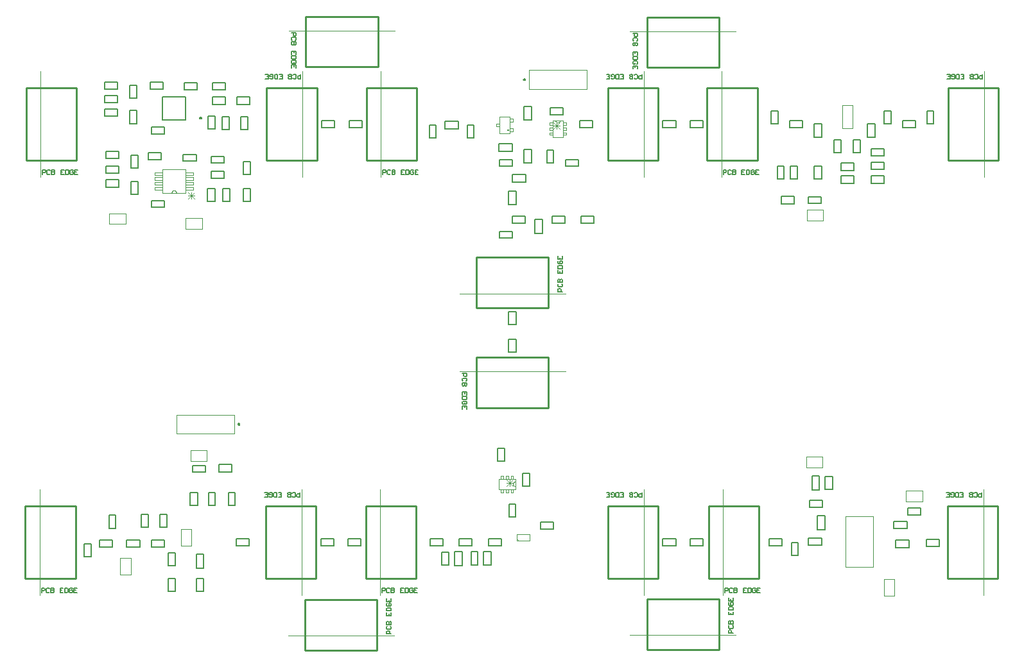
<source format=gbr>
%FSTAX44Y44*%
%MOMM*%
%SFA1B1*%

%IPPOS*%
%ADD93C,0.200000*%
%ADD94C,0.152400*%
%ADD95C,0.100000*%
%ADD96C,0.253999*%
%ADD97C,0.127000*%
%ADD98C,0.076200*%
%ADD122C,0.000000*%
%ADD123C,0.101600*%
%ADD124C,0.025400*%
%LNradar_1ghz_mechanical_13-1*%
%LPD*%
G54D93*
X00641699Y-00064999D02*
D01*
X00641697Y-0006493*
X0064169Y-0006486*
X00641677Y-00064791*
X00641661Y-00064724*
X00641639Y-00064657*
X00641613Y-00064593*
X00641582Y-0006453*
X00641547Y-0006447*
X00641509Y-00064412*
X00641465Y-00064356*
X00641419Y-00064305*
X00641369Y-00064256*
X00641315Y-00064211*
X00641259Y-0006417*
X00641199Y-00064133*
X00641138Y-000641*
X00641074Y-00064072*
X00641008Y-00064048*
X00640941Y-00064029*
X00640873Y-00064015*
X00640804Y-00064005*
X00640734Y-00064*
X00640664*
X00640595Y-00064005*
X00640526Y-00064015*
X00640457Y-00064029*
X0064039Y-00064048*
X00640325Y-00064072*
X00640261Y-000641*
X00640199Y-00064133*
X0064014Y-0006417*
X00640084Y-00064211*
X0064003Y-00064256*
X0063998Y-00064305*
X00639933Y-00064356*
X0063989Y-00064412*
X00639851Y-0006447*
X00639816Y-0006453*
X00639786Y-00064593*
X0063976Y-00064657*
X00639738Y-00064724*
X00639721Y-00064791*
X00639709Y-0006486*
X00639702Y-0006493*
X00639699Y-00064999*
X00639702Y-00065069*
X00639709Y-00065139*
X00639721Y-00065207*
X00639738Y-00065275*
X0063976Y-00065342*
X00639786Y-00065406*
X00639816Y-00065469*
X00639851Y-00065529*
X0063989Y-00065587*
X00639933Y-00065642*
X0063998Y-00065694*
X0064003Y-00065743*
X00640084Y-00065787*
X0064014Y-00065828*
X00640199Y-00065866*
X00640261Y-00065898*
X00640325Y-00065926*
X0064039Y-0006595*
X00640457Y-0006597*
X00640526Y-00065984*
X00640595Y-00065994*
X00640664Y-00065999*
X00640734*
X00640804Y-00065994*
X00640873Y-00065984*
X00640941Y-0006597*
X00641008Y-0006595*
X00641074Y-00065926*
X00641138Y-00065898*
X00641199Y-00065866*
X00641259Y-00065828*
X00641315Y-00065787*
X00641369Y-00065743*
X00641419Y-00065694*
X00641465Y-00065642*
X00641509Y-00065587*
X00641547Y-00065529*
X00641582Y-00065469*
X00641613Y-00065406*
X00641639Y-00065342*
X00641661Y-00065275*
X00641677Y-00065207*
X0064169Y-00065139*
X00641697Y-00065069*
X00641699Y-00064999*
X00265299Y-00519999D02*
D01*
X00265297Y-0051993*
X0026529Y-0051986*
X00265278Y-00519791*
X00265261Y-00519724*
X00265239Y-00519657*
X00265213Y-00519593*
X00265182Y-0051953*
X00265147Y-00519469*
X00265108Y-00519411*
X00265066Y-00519357*
X00265019Y-00519305*
X00264968Y-00519256*
X00264915Y-00519211*
X00264859Y-0051917*
X00264799Y-00519133*
X00264738Y-00519101*
X00264674Y-00519072*
X00264608Y-00519048*
X00264541Y-00519029*
X00264473Y-00519014*
X00264404Y-00519005*
X00264334Y-00519*
X00264264*
X00264195Y-00519005*
X00264126Y-00519014*
X00264057Y-00519029*
X0026399Y-00519048*
X00263925Y-00519072*
X00263861Y-00519101*
X00263799Y-00519133*
X0026374Y-0051917*
X00263684Y-00519211*
X0026363Y-00519256*
X0026358Y-00519305*
X00263533Y-00519357*
X0026349Y-00519411*
X00263451Y-00519469*
X00263417Y-0051953*
X00263386Y-00519593*
X0026336Y-00519657*
X00263338Y-00519724*
X00263321Y-00519791*
X00263309Y-0051986*
X00263302Y-0051993*
X00263299Y-00519999*
X00263302Y-00520069*
X00263309Y-00520139*
X00263321Y-00520207*
X00263338Y-00520275*
X0026336Y-00520341*
X00263386Y-00520406*
X00263417Y-00520469*
X00263451Y-00520529*
X0026349Y-00520587*
X00263533Y-00520642*
X0026358Y-00520694*
X0026363Y-00520742*
X00263684Y-00520787*
X0026374Y-00520829*
X00263799Y-00520865*
X00263861Y-00520898*
X00263925Y-00520927*
X0026399Y-0052095*
X00264057Y-0052097*
X00264126Y-00520984*
X00264195Y-00520994*
X00264264Y-00520999*
X00264334*
X00264404Y-00520994*
X00264473Y-00520984*
X00264541Y-0052097*
X00264608Y-0052095*
X00264674Y-00520927*
X00264738Y-00520898*
X00264799Y-00520865*
X00264859Y-00520829*
X00264915Y-00520787*
X00264968Y-00520742*
X00265019Y-00520694*
X00265066Y-00520642*
X00265108Y-00520587*
X00265147Y-00520529*
X00265182Y-00520469*
X00265213Y-00520406*
X00265239Y-00520341*
X00265261Y-00520275*
X00265278Y-00520207*
X0026529Y-00520139*
X00265297Y-00520069*
X00265299Y-00519999*
X00214899Y-00115719D02*
D01*
X00214897Y-0011565*
X0021489Y-0011558*
X00214877Y-00115512*
X00214861Y-00115444*
X00214839Y-00115377*
X00214813Y-00115313*
X00214782Y-0011525*
X00214747Y-0011519*
X00214708Y-00115132*
X00214665Y-00115076*
X00214619Y-00115025*
X00214569Y-00114976*
X00214515Y-00114931*
X00214459Y-0011489*
X00214399Y-00114853*
X00214338Y-0011482*
X00214274Y-00114792*
X00214208Y-00114768*
X00214141Y-00114749*
X00214073Y-00114735*
X00214004Y-00114725*
X00213934Y-0011472*
X00213864*
X00213795Y-00114725*
X00213726Y-00114735*
X00213657Y-00114749*
X0021359Y-00114768*
X00213525Y-00114792*
X00213461Y-0011482*
X00213399Y-00114853*
X0021334Y-0011489*
X00213284Y-00114931*
X0021323Y-00114976*
X0021318Y-00115025*
X00213133Y-00115076*
X0021309Y-00115132*
X00213051Y-0011519*
X00213016Y-0011525*
X00212986Y-00115313*
X0021296Y-00115377*
X00212938Y-00115444*
X00212921Y-00115512*
X00212909Y-0011558*
X00212902Y-0011565*
X00212899Y-00115719*
X00212902Y-00115789*
X00212909Y-00115859*
X00212921Y-00115927*
X00212938Y-00115995*
X0021296Y-00116061*
X00212986Y-00116126*
X00213016Y-00116189*
X00213051Y-00116249*
X0021309Y-00116307*
X00213133Y-00116362*
X0021318Y-00116414*
X0021323Y-00116463*
X00213284Y-00116507*
X0021334Y-00116548*
X00213399Y-00116586*
X00213461Y-00116618*
X00213525Y-00116646*
X0021359Y-0011667*
X00213657Y-0011669*
X00213726Y-00116704*
X00213795Y-00116714*
X00213864Y-00116719*
X00213934*
X00214004Y-00116714*
X00214073Y-00116704*
X00214141Y-0011669*
X00214208Y-0011667*
X00214274Y-00116646*
X00214338Y-00116618*
X00214399Y-00116586*
X00214459Y-00116548*
X00214515Y-00116507*
X00214569Y-00116463*
X00214619Y-00116414*
X00214665Y-00116362*
X00214708Y-00116307*
X00214747Y-00116249*
X00214782Y-00116189*
X00214813Y-00116126*
X00214839Y-00116061*
X00214861Y-00115995*
X00214877Y-00115927*
X0021489Y-00115859*
X00214897Y-00115789*
X00214899Y-00115719*
G54D94*
X00344859Y-00609959D02*
Y-00616053D01*
X00341812*
X00340797Y-00615038*
Y-00613006*
X00341812Y-00611991*
X00344859*
X00334703Y-00615038D02*
X00335718Y-00616053D01*
X0033775*
X00338765Y-00615038*
Y-00610975*
X0033775Y-00609959*
X00335718*
X00334703Y-00610975*
X00332671Y-00616053D02*
Y-00609959D01*
X00329624*
X00328609Y-00610975*
Y-00611991*
X00329624Y-00613006*
X00332671*
X00329624*
X00328609Y-00614022*
Y-00615038*
X00329624Y-00616053*
X00332671*
X00316421D02*
X00320483D01*
Y-00609959*
X00316421*
X00320483Y-00613006D02*
X00318452D01*
X00314389Y-00616053D02*
Y-00609959D01*
X00311342*
X00310327Y-00610975*
Y-00615038*
X00311342Y-00616053*
X00314389*
X00304233Y-00615038D02*
X00305248Y-00616053D01*
X0030728*
X00308295Y-00615038*
Y-00610975*
X0030728Y-00609959*
X00305248*
X00304233Y-00610975*
Y-00613006*
X00306264*
X00298139Y-00616053D02*
X00302201D01*
Y-00609959*
X00298139*
X00302201Y-00613006D02*
X0030017D01*
X00005139Y-00190039D02*
Y-00183945D01*
X00008186*
X00009202Y-00184961*
Y-00186992*
X00008186Y-00188008*
X00005139*
X00015296Y-00184961D02*
X0001428Y-00183945D01*
X00012249*
X00011233Y-00184961*
Y-00189024*
X00012249Y-00190039*
X0001428*
X00015296Y-00189024*
X00017327Y-00183945D02*
Y-00190039D01*
X00020374*
X0002139Y-00189024*
Y-00188008*
X00020374Y-00186992*
X00017327*
X00020374*
X0002139Y-00185977*
Y-00184961*
X00020374Y-00183945*
X00017327*
X00033578D02*
X00029516D01*
Y-00190039*
X00033578*
X00029516Y-00186992D02*
X00031547D01*
X0003561Y-00183945D02*
Y-00190039D01*
X00038657*
X00039672Y-00189024*
Y-00184961*
X00038657Y-00183945*
X0003561*
X00045766Y-00184961D02*
X0004475Y-00183945D01*
X00042719*
X00041704Y-00184961*
Y-00189024*
X00042719Y-00190039*
X0004475*
X00045766Y-00189024*
Y-00186992*
X00043735*
X0005186Y-00183945D02*
X00047797D01*
Y-00190039*
X0005186*
X00047797Y-00186992D02*
X00049829D01*
X00558959Y-00453139D02*
X00565053D01*
Y-00456186*
X00564038Y-00457202*
X00562006*
X00560991Y-00456186*
Y-00453139*
X00564038Y-00463296D02*
X00565053Y-0046228D01*
Y-00460249*
X00564038Y-00459233*
X00559975*
X00558959Y-00460249*
Y-0046228*
X00559975Y-00463296*
X00565053Y-00465328D02*
X00558959D01*
Y-00468374*
X00559975Y-0046939*
X00560991*
X00562006Y-00468374*
Y-00465328*
Y-00468374*
X00563022Y-0046939*
X00564038*
X00565053Y-00468374*
Y-00465328*
Y-00481578D02*
Y-00477515D01*
X00558959*
Y-00481578*
X00562006Y-00477515D02*
Y-00479547D01*
X00565053Y-00483609D02*
X00558959D01*
Y-00486656*
X00559975Y-00487672*
X00564038*
X00565053Y-00486656*
Y-00483609*
X00564038Y-00493766D02*
X00565053Y-0049275D01*
Y-00490719*
X00564038Y-00489703*
X00559975*
X00558959Y-00490719*
Y-0049275*
X00559975Y-00493766*
X00562006*
Y-00491735*
X00565053Y-0049986D02*
Y-00495798D01*
X00558959*
Y-0049986*
X00562006Y-00495798D02*
Y-00497829D01*
X00345859Y-00057959D02*
Y-00064053D01*
X00342812*
X00341797Y-00063038*
Y-00061006*
X00342812Y-00059991*
X00345859*
X00335703Y-00063038D02*
X00336718Y-00064053D01*
X0033875*
X00339765Y-00063038*
Y-00058975*
X0033875Y-00057959*
X00336718*
X00335703Y-00058975*
X00333671Y-00064053D02*
Y-00057959D01*
X00330624*
X00329609Y-00058975*
Y-00059991*
X00330624Y-00061006*
X00333671*
X00330624*
X00329609Y-00062022*
Y-00063038*
X00330624Y-00064053*
X00333671*
X00317421D02*
X00321483D01*
Y-00057959*
X00317421*
X00321483Y-00061006D02*
X00319452D01*
X00315389Y-00064053D02*
Y-00057959D01*
X00312342*
X00311327Y-00058975*
Y-00063038*
X00312342Y-00064053*
X00315389*
X00305233Y-00063038D02*
X00306248Y-00064053D01*
X0030828*
X00309295Y-00063038*
Y-00058975*
X0030828Y-00057959*
X00306248*
X00305233Y-00058975*
Y-00061006*
X00307264*
X00299139Y-00064053D02*
X00303201D01*
Y-00057959*
X00299139*
X00303201Y-00061006D02*
X0030117D01*
X00916039Y-00795859D02*
X00909945D01*
Y-00792812*
X00910961Y-00791797*
X00912992*
X00914008Y-00792812*
Y-00795859*
X00910961Y-00785703D02*
X00909945Y-00786718D01*
Y-0078875*
X00910961Y-00789765*
X00915024*
X00916039Y-0078875*
Y-00786718*
X00915024Y-00785703*
X00909945Y-00783671D02*
X00916039D01*
Y-00780624*
X00915024Y-00779609*
X00914008*
X00912992Y-00780624*
Y-00783671*
Y-00780624*
X00911977Y-00779609*
X00910961*
X00909945Y-00780624*
Y-00783671*
Y-00767421D02*
Y-00771483D01*
X00916039*
Y-00767421*
X00912992Y-00771483D02*
Y-00769452D01*
X00909945Y-00765389D02*
X00916039D01*
Y-00762342*
X00915024Y-00761327*
X00910961*
X00909945Y-00762342*
Y-00765389*
X00910961Y-00755233D02*
X00909945Y-00756248D01*
Y-0075828*
X00910961Y-00759295*
X00915024*
X00916039Y-0075828*
Y-00756248*
X00915024Y-00755233*
X00912992*
Y-00757264*
X00909945Y-00749138D02*
Y-00753201D01*
X00916039*
Y-00749138*
X00912992Y-00753201D02*
Y-0075117D01*
X00465039Y-00796859D02*
X00458945D01*
Y-00793812*
X00459961Y-00792797*
X00461992*
X00463008Y-00793812*
Y-00796859*
X00459961Y-00786703D02*
X00458945Y-00787718D01*
Y-0078975*
X00459961Y-00790765*
X00464024*
X00465039Y-0078975*
Y-00787718*
X00464024Y-00786703*
X00458945Y-00784671D02*
X00465039D01*
Y-00781624*
X00464024Y-00780609*
X00463008*
X00461992Y-00781624*
Y-00784671*
Y-00781624*
X00460977Y-00780609*
X00459961*
X00458945Y-00781624*
Y-00784671*
Y-00768421D02*
Y-00772483D01*
X00465039*
Y-00768421*
X00461992Y-00772483D02*
Y-00770452D01*
X00458945Y-00766389D02*
X00465039D01*
Y-00763342*
X00464024Y-00762327*
X00459961*
X00458945Y-00763342*
Y-00766389*
X00459961Y-00756233D02*
X00458945Y-00757248D01*
Y-0075928*
X00459961Y-00760295*
X00464024*
X00465039Y-0075928*
Y-00757248*
X00464024Y-00756233*
X00461992*
Y-00758264*
X00458945Y-00750138D02*
Y-00754201D01*
X00465039*
Y-00750138*
X00461992Y-00754201D02*
Y-0075217D01*
X00783959Y-00004139D02*
X00790053D01*
Y-00007186*
X00789038Y-00008202*
X00787006*
X00785991Y-00007186*
Y-00004139*
X00789038Y-00014296D02*
X00790053Y-0001328D01*
Y-00011249*
X00789038Y-00010233*
X00784975*
X00783959Y-00011249*
Y-0001328*
X00784975Y-00014296*
X00790053Y-00016327D02*
X00783959D01*
Y-00019374*
X00784975Y-0002039*
X00785991*
X00787006Y-00019374*
Y-00016327*
Y-00019374*
X00788022Y-0002039*
X00789038*
X00790053Y-00019374*
Y-00016327*
Y-00032578D02*
Y-00028516D01*
X00783959*
Y-00032578*
X00787006Y-00028516D02*
Y-00030547D01*
X00790053Y-0003461D02*
X00783959D01*
Y-00037657*
X00784975Y-00038672*
X00789038*
X00790053Y-00037657*
Y-0003461*
X00789038Y-00044766D02*
X00790053Y-0004375D01*
Y-00041719*
X00789038Y-00040704*
X00784975*
X00783959Y-00041719*
Y-0004375*
X00784975Y-00044766*
X00787006*
Y-00042735*
X00790053Y-0005086D02*
Y-00046797D01*
X00783959*
Y-0005086*
X00787006Y-00046797D02*
Y-00048829D01*
X00333959Y-00003139D02*
X00340053D01*
Y-00006186*
X00339038Y-00007202*
X00337006*
X00335991Y-00006186*
Y-00003139*
X00339038Y-00013296D02*
X00340053Y-0001228D01*
Y-00010249*
X00339038Y-00009233*
X00334975*
X00333959Y-00010249*
Y-0001228*
X00334975Y-00013296*
X00340053Y-00015327D02*
X00333959D01*
Y-00018374*
X00334975Y-0001939*
X00335991*
X00337006Y-00018374*
Y-00015327*
Y-00018374*
X00338022Y-0001939*
X00339038*
X00340053Y-00018374*
Y-00015327*
Y-00031578D02*
Y-00027516D01*
X00333959*
Y-00031578*
X00337006Y-00027516D02*
Y-00029547D01*
X00340053Y-0003361D02*
X00333959D01*
Y-00036657*
X00334975Y-00037672*
X00339038*
X00340053Y-00036657*
Y-0003361*
X00339038Y-00043766D02*
X00340053Y-0004275D01*
Y-00040719*
X00339038Y-00039704*
X00334975*
X00333959Y-00040719*
Y-0004275*
X00334975Y-00043766*
X00337006*
Y-00041735*
X00340053Y-0004986D02*
Y-00045797D01*
X00333959*
Y-0004986*
X00337006Y-00045797D02*
Y-00047829D01*
X00004139Y-00742039D02*
Y-00735945D01*
X00007186*
X00008202Y-00736961*
Y-00738992*
X00007186Y-00740008*
X00004139*
X00014296Y-00736961D02*
X0001328Y-00735945D01*
X00011249*
X00010233Y-00736961*
Y-00741024*
X00011249Y-00742039*
X0001328*
X00014296Y-00741024*
X00016327Y-00735945D02*
Y-00742039D01*
X00019374*
X0002039Y-00741024*
Y-00740008*
X00019374Y-00738992*
X00016327*
X00019374*
X0002039Y-00737977*
Y-00736961*
X00019374Y-00735945*
X00016327*
X00032578D02*
X00028516D01*
Y-00742039*
X00032578*
X00028516Y-00738992D02*
X00030547D01*
X0003461Y-00735945D02*
Y-00742039D01*
X00037657*
X00038672Y-00741024*
Y-00736961*
X00037657Y-00735945*
X0003461*
X00044766Y-00736961D02*
X0004375Y-00735945D01*
X00041719*
X00040704Y-00736961*
Y-00741024*
X00041719Y-00742039*
X0004375*
X00044766Y-00741024*
Y-00738992*
X00042735*
X0005086Y-00735945D02*
X00046797D01*
Y-00742039*
X0005086*
X00046797Y-00738992D02*
X00048829D01*
X00691039Y-00344859D02*
X00684945D01*
Y-00341812*
X00685961Y-00340797*
X00687992*
X00689008Y-00341812*
Y-00344859*
X00685961Y-00334703D02*
X00684945Y-00335718D01*
Y-0033775*
X00685961Y-00338765*
X00690024*
X00691039Y-0033775*
Y-00335718*
X00690024Y-00334703*
X00684945Y-00332671D02*
X00691039D01*
Y-00329624*
X00690024Y-00328609*
X00689008*
X00687992Y-00329624*
Y-00332671*
Y-00329624*
X00686977Y-00328609*
X00685961*
X00684945Y-00329624*
Y-00332671*
Y-00316421D02*
Y-00320483D01*
X00691039*
Y-00316421*
X00687992Y-00320483D02*
Y-00318452D01*
X00684945Y-00314389D02*
X00691039D01*
Y-00311342*
X00690024Y-00310327*
X00685961*
X00684945Y-00311342*
Y-00314389*
X00685961Y-00304233D02*
X00684945Y-00305248D01*
Y-0030728*
X00685961Y-00308295*
X00690024*
X00691039Y-0030728*
Y-00305248*
X00690024Y-00304233*
X00687992*
Y-00306264*
X00684945Y-00298139D02*
Y-00302201D01*
X00691039*
Y-00298139*
X00687992Y-00302201D02*
Y-0030017D01*
X00795859Y-00057959D02*
Y-00064053D01*
X00792812*
X00791797Y-00063038*
Y-00061006*
X00792812Y-00059991*
X00795859*
X00785703Y-00063038D02*
X00786718Y-00064053D01*
X0078875*
X00789765Y-00063038*
Y-00058975*
X0078875Y-00057959*
X00786718*
X00785703Y-00058975*
X00783671Y-00064053D02*
Y-00057959D01*
X00780624*
X00779609Y-00058975*
Y-00059991*
X00780624Y-00061006*
X00783671*
X00780624*
X00779609Y-00062022*
Y-00063038*
X00780624Y-00064053*
X00783671*
X00767421D02*
X00771483D01*
Y-00057959*
X00767421*
X00771483Y-00061006D02*
X00769452D01*
X00765389Y-00064053D02*
Y-00057959D01*
X00762342*
X00761327Y-00058975*
Y-00063038*
X00762342Y-00064053*
X00765389*
X00755233Y-00063038D02*
X00756248Y-00064053D01*
X0075828*
X00759295Y-00063038*
Y-00058975*
X0075828Y-00057959*
X00756248*
X00755233Y-00058975*
Y-00061006*
X00757264*
X00749138Y-00064053D02*
X00753201D01*
Y-00057959*
X00749138*
X00753201Y-00061006D02*
X0075117D01*
X01243859Y-00609959D02*
Y-00616053D01*
X01240812*
X01239797Y-00615038*
Y-00613006*
X01240812Y-00611991*
X01243859*
X01233703Y-00615038D02*
X01234718Y-00616053D01*
X0123675*
X01237765Y-00615038*
Y-00610975*
X0123675Y-00609959*
X01234718*
X01233703Y-00610975*
X01231671Y-00616053D02*
Y-00609959D01*
X01228624*
X01227609Y-00610975*
Y-00611991*
X01228624Y-00613006*
X01231671*
X01228624*
X01227609Y-00614022*
Y-00615038*
X01228624Y-00616053*
X01231671*
X0121542D02*
X01219483D01*
Y-00609959*
X0121542*
X01219483Y-00613006D02*
X01217452D01*
X01213389Y-00616053D02*
Y-00609959D01*
X01210342*
X01209327Y-00610975*
Y-00615038*
X01210342Y-00616053*
X01213389*
X01203233Y-00615038D02*
X01204248Y-00616053D01*
X0120628*
X01207295Y-00615038*
Y-00610975*
X0120628Y-00609959*
X01204248*
X01203233Y-00610975*
Y-00613006*
X01205264*
X01197139Y-00616053D02*
X01201201D01*
Y-00609959*
X01197139*
X01201201Y-00613006D02*
X0119917D01*
X00903139Y-00190039D02*
Y-00183945D01*
X00906186*
X00907202Y-00184961*
Y-00186992*
X00906186Y-00188008*
X00903139*
X00913296Y-00184961D02*
X0091228Y-00183945D01*
X00910249*
X00909233Y-00184961*
Y-00189024*
X00910249Y-00190039*
X0091228*
X00913296Y-00189024*
X00915327Y-00183945D02*
Y-00190039D01*
X00918374*
X0091939Y-00189024*
Y-00188008*
X00918374Y-00186992*
X00915327*
X00918374*
X0091939Y-00185977*
Y-00184961*
X00918374Y-00183945*
X00915327*
X00931578D02*
X00927516D01*
Y-00190039*
X00931578*
X00927516Y-00186992D02*
X00929547D01*
X0093361Y-00183945D02*
Y-00190039D01*
X00936657*
X00937672Y-00189024*
Y-00184961*
X00936657Y-00183945*
X0093361*
X00943766Y-00184961D02*
X0094275Y-00183945D01*
X00940719*
X00939703Y-00184961*
Y-00189024*
X00940719Y-00190039*
X0094275*
X00943766Y-00189024*
Y-00186992*
X00941735*
X0094986Y-00183945D02*
X00945797D01*
Y-00190039*
X0094986*
X00945797Y-00186992D02*
X00947829D01*
X00795859Y-00609959D02*
Y-00616053D01*
X00792812*
X00791797Y-00615038*
Y-00613006*
X00792812Y-00611991*
X00795859*
X00785703Y-00615038D02*
X00786718Y-00616053D01*
X0078875*
X00789765Y-00615038*
Y-00610975*
X0078875Y-00609959*
X00786718*
X00785703Y-00610975*
X00783671Y-00616053D02*
Y-00609959D01*
X00780624*
X00779609Y-00610975*
Y-00611991*
X00780624Y-00613006*
X00783671*
X00780624*
X00779609Y-00614022*
Y-00615038*
X00780624Y-00616053*
X00783671*
X00767421D02*
X00771483D01*
Y-00609959*
X00767421*
X00771483Y-00613006D02*
X00769452D01*
X00765389Y-00616053D02*
Y-00609959D01*
X00762342*
X00761327Y-00610975*
Y-00615038*
X00762342Y-00616053*
X00765389*
X00755233Y-00615038D02*
X00756248Y-00616053D01*
X0075828*
X00759295Y-00615038*
Y-00610975*
X0075828Y-00609959*
X00756248*
X00755233Y-00610975*
Y-00613006*
X00757264*
X00749138Y-00616053D02*
X00753201D01*
Y-00609959*
X00749138*
X00753201Y-00613006D02*
X0075117D01*
X00905139Y-00742039D02*
Y-00735945D01*
X00908186*
X00909202Y-00736961*
Y-00738992*
X00908186Y-00740008*
X00905139*
X00915296Y-00736961D02*
X0091428Y-00735945D01*
X00912249*
X00911233Y-00736961*
Y-00741024*
X00912249Y-00742039*
X0091428*
X00915296Y-00741024*
X00917327Y-00735945D02*
Y-00742039D01*
X00920374*
X0092139Y-00741024*
Y-00740008*
X00920374Y-00738992*
X00917327*
X00920374*
X0092139Y-00737977*
Y-00736961*
X00920374Y-00735945*
X00917327*
X00933578D02*
X00929516D01*
Y-00742039*
X00933578*
X00929516Y-00738992D02*
X00931547D01*
X0093561Y-00735945D02*
Y-00742039D01*
X00938657*
X00939672Y-00741024*
Y-00736961*
X00938657Y-00735945*
X0093561*
X00945766Y-00736961D02*
X0094475Y-00735945D01*
X00942719*
X00941703Y-00736961*
Y-00741024*
X00942719Y-00742039*
X0094475*
X00945766Y-00741024*
Y-00738992*
X00943735*
X0095186Y-00735945D02*
X00947797D01*
Y-00742039*
X0095186*
X00947797Y-00738992D02*
X00949829D01*
X01244859Y-00057959D02*
Y-00064053D01*
X01241812*
X01240797Y-00063038*
Y-00061006*
X01241812Y-00059991*
X01244859*
X01234703Y-00063038D02*
X01235718Y-00064053D01*
X0123775*
X01238765Y-00063038*
Y-00058975*
X0123775Y-00057959*
X01235718*
X01234703Y-00058975*
X01232671Y-00064053D02*
Y-00057959D01*
X01229624*
X01228609Y-00058975*
Y-00059991*
X01229624Y-00061006*
X01232671*
X01229624*
X01228609Y-00062022*
Y-00063038*
X01229624Y-00064053*
X01232671*
X0121642D02*
X01220483D01*
Y-00057959*
X0121642*
X01220483Y-00061006D02*
X01218452D01*
X01214389Y-00064053D02*
Y-00057959D01*
X01211342*
X01210327Y-00058975*
Y-00063038*
X01211342Y-00064053*
X01214389*
X01204233Y-00063038D02*
X01205248Y-00064053D01*
X0120728*
X01208295Y-00063038*
Y-00058975*
X0120728Y-00057959*
X01205248*
X01204233Y-00058975*
Y-00061006*
X01206264*
X01198139Y-00064053D02*
X01202201D01*
Y-00057959*
X01198139*
X01202201Y-00061006D02*
X0120017D01*
X00453139Y-00742039D02*
Y-00735945D01*
X00456186*
X00457202Y-00736961*
Y-00738992*
X00456186Y-00740008*
X00453139*
X00463296Y-00736961D02*
X0046228Y-00735945D01*
X00460249*
X00459233Y-00736961*
Y-00741024*
X00460249Y-00742039*
X0046228*
X00463296Y-00741024*
X00465328Y-00735945D02*
Y-00742039D01*
X00468374*
X0046939Y-00741024*
Y-00740008*
X00468374Y-00738992*
X00465328*
X00468374*
X0046939Y-00737977*
Y-00736961*
X00468374Y-00735945*
X00465328*
X00481578D02*
X00477515D01*
Y-00742039*
X00481578*
X00477515Y-00738992D02*
X00479547D01*
X00483609Y-00735945D02*
Y-00742039D01*
X00486656*
X00487672Y-00741024*
Y-00736961*
X00486656Y-00735945*
X00483609*
X00493766Y-00736961D02*
X0049275Y-00735945D01*
X00490719*
X00489703Y-00736961*
Y-00741024*
X00490719Y-00742039*
X0049275*
X00493766Y-00741024*
Y-00738992*
X00491735*
X0049986Y-00735945D02*
X00495798D01*
Y-00742039*
X0049986*
X00495798Y-00738992D02*
X00497829D01*
X00454139Y-00190039D02*
Y-00183945D01*
X00457186*
X00458202Y-00184961*
Y-00186992*
X00457186Y-00188008*
X00454139*
X00464296Y-00184961D02*
X0046328Y-00183945D01*
X00461249*
X00460233Y-00184961*
Y-00189024*
X00461249Y-00190039*
X0046328*
X00464296Y-00189024*
X00466327Y-00183945D02*
Y-00190039D01*
X00469374*
X0047039Y-00189024*
Y-00188008*
X00469374Y-00186992*
X00466327*
X00469374*
X0047039Y-00185977*
Y-00184961*
X00469374Y-00183945*
X00466327*
X00482578D02*
X00478515D01*
Y-00190039*
X00482578*
X00478515Y-00186992D02*
X00480547D01*
X00484609Y-00183945D02*
Y-00190039D01*
X00487656*
X00488672Y-00189024*
Y-00184961*
X00487656Y-00183945*
X00484609*
X00494766Y-00184961D02*
X0049375Y-00183945D01*
X00491719*
X00490703Y-00184961*
Y-00189024*
X00491719Y-00190039*
X0049375*
X00494766Y-00189024*
Y-00186992*
X00492735*
X0050086Y-00183945D02*
X00496798D01*
Y-00190039*
X0050086*
X00496798Y-00186992D02*
X00498829D01*
G54D95*
X01063999Y-00708499D02*
Y-00641499D01*
X01100999Y-00708499D02*
Y-00641499D01*
X01063999D02*
X01100999D01*
X01063999Y-00708499D02*
X01100999D01*
X01115Y-00724749D02*
X01129D01*
X01115Y-00746249D02*
X01129D01*
Y-00724749*
X01115Y-00746249D02*
Y-00724749D01*
X01144249Y-00621999D02*
X01165749D01*
X01144249Y-00607999D02*
X01165749D01*
Y-00621999D02*
Y-00607999D01*
X01144249Y-00621999D02*
Y-00607999D01*
X00194249Y-00247999D02*
X00215749D01*
X00194249Y-00261999D02*
X00215749D01*
X00194249D02*
Y-00247999D01*
X00215749Y-00261999D02*
Y-00247999D01*
X00646899Y-00077444D02*
X00723099D01*
X00646899D02*
Y-00052554D01*
X00723099*
Y-00077444D02*
Y-00052554D01*
X00200499Y-00554749D02*
X00221999D01*
X00200499Y-00568749D02*
X00221999D01*
X00200499D02*
Y-00554749D01*
X00221999Y-00568749D02*
Y-00554749D01*
X00181899Y-00532444D02*
Y-00507554D01*
Y-00532444D02*
X00258099D01*
Y-00507554*
X00181899D02*
X00258099D01*
X01059999Y-00098999D02*
X01073999D01*
X01059999Y-00128999D02*
X01073999D01*
X01059999D02*
Y-00098999D01*
X01073999Y-00128999D02*
Y-00098999D01*
X00107999Y-00718249D02*
X00121999D01*
X00107999Y-00696749D02*
X00121999D01*
X00107999Y-00718249D02*
Y-00696749D01*
X00121999Y-00718249D02*
Y-00696749D01*
X00114999Y-00255499D02*
Y-00241499D01*
X00093499Y-00255499D02*
Y-00241499D01*
Y-00255499D02*
X00114999D01*
X00093499Y-00241499D02*
X00114999D01*
X01013249Y-00250999D02*
Y-00236999D01*
X01034749Y-00250999D02*
Y-00236999D01*
X01013249D02*
X01034749D01*
X01013249Y-00250999D02*
X01034749D01*
X00201749Y-00680499D02*
Y-00658499D01*
X00187749Y-00680499D02*
Y-00658499D01*
Y-00680499D02*
X00201749D01*
X00187749Y-00658499D02*
X00201749D01*
X01012749Y-00562999D02*
X01034249D01*
X01012749Y-00576999D02*
X01034249D01*
X01012749D02*
Y-00562999D01*
X01034249Y-00576999D02*
Y-00562999D01*
G54D96*
X002999Y-00723624D02*
X00366249D01*
X002999D02*
Y-00628373D01*
X00366249*
Y-00723624D02*
Y-00628373D01*
X-00016249Y-00076375D02*
X00050098D01*
Y-00171625D02*
Y-00076375D01*
X-00016249Y-00171625D02*
X00050098D01*
X-00016249D02*
Y-00076375D01*
X00672624Y-00498099D02*
Y-00431749D01*
X00577373Y-00498099D02*
X00672624D01*
X00577373D02*
Y-00431749D01*
X00672624*
X003009Y-00171624D02*
X00367249D01*
X003009D02*
Y-00076373D01*
X00367249*
Y-00171624D02*
Y-00076373D01*
X00802375Y-00817249D02*
Y-007509D01*
X00897625*
Y-00817249D02*
Y-007509D01*
X00802375Y-00817249D02*
X00897625D01*
X00351375Y-00818249D02*
Y-007519D01*
X00446625*
Y-00818249D02*
Y-007519D01*
X00351375Y-00818249D02*
X00446625D01*
X00802373Y00017249D02*
X00897624D01*
X00802373Y-00049098D02*
Y00017249D01*
Y-00049098D02*
X00897624D01*
Y00017249*
X00352373Y00018249D02*
X00447624D01*
X00352373Y-00048098D02*
Y00018249D01*
Y-00048098D02*
X00447624D01*
Y00018249*
X-00017249Y-00723625D02*
Y-00628375D01*
Y-00723625D02*
X00049098D01*
Y-00628375*
X-00017249D02*
X00049098D01*
X00577375Y-00366249D02*
X00672625D01*
Y-002999*
X00577375D02*
X00672625D01*
X00577375Y-00366249D02*
Y-002999D01*
X00817249Y-00171624D02*
Y-00076373D01*
X007509D02*
X00817249D01*
X007509Y-00171624D02*
Y-00076373D01*
Y-00171624D02*
X00817249D01*
X01265249Y-00723624D02*
Y-00628373D01*
X011989D02*
X01265249D01*
X011989Y-00723624D02*
Y-00628373D01*
Y-00723624D02*
X01265249D01*
X00881749Y-00171625D02*
Y-00076375D01*
Y-00171625D02*
X00948099D01*
Y-00076375*
X00881749D02*
X00948099D01*
X00817249Y-00723624D02*
Y-00628373D01*
X007509D02*
X00817249D01*
X007509Y-00723624D02*
Y-00628373D01*
Y-00723624D02*
X00817249D01*
X00883749Y-00723625D02*
Y-00628375D01*
Y-00723625D02*
X00950099D01*
Y-00628375*
X00883749D02*
X00950099D01*
X01266249Y-00171624D02*
Y-00076373D01*
X011999D02*
X01266249D01*
X011999Y-00171624D02*
Y-00076373D01*
Y-00171624D02*
X01266249D01*
X00431749Y-00723625D02*
Y-00628375D01*
Y-00723625D02*
X00498099D01*
Y-00628375*
X00431749D02*
X00498099D01*
X00432749Y-00171625D02*
Y-00076375D01*
Y-00171625D02*
X00499099D01*
Y-00076375*
X00432749D02*
X00499099D01*
G54D97*
X01000499Y-00196499D02*
Y-00179499D01*
X00991499Y-00196499D02*
Y-00179499D01*
X01000499*
X00991499Y-00196499D02*
X01000499D01*
X01058499Y-00192199D02*
X01075499D01*
X01058499Y-00201799D02*
X01075499D01*
X01058499D02*
Y-00192199D01*
X01075499Y-00201799D02*
Y-00192199D01*
X01014999Y-00679999D02*
X01032999D01*
X01014999Y-00669999D02*
X01032999D01*
Y-00679999D02*
Y-00669999D01*
X01014999Y-00679999D02*
Y-00669999D01*
X01029999Y-00606499D02*
Y-00588499D01*
X01019999Y-00606499D02*
Y-00588499D01*
X01029999*
X01019999Y-00606499D02*
X01029999D01*
X01037499Y-00658999D02*
Y-00640999D01*
X01027499Y-00658999D02*
Y-00640999D01*
X01037499*
X01027499Y-00658999D02*
X01037499D01*
X01170999Y-00680999D02*
X01187999D01*
X01170999Y-00671999D02*
X01187999D01*
Y-00680999D02*
Y-00671999D01*
X01170999Y-00680999D02*
Y-00671999D01*
X01130499Y-00682999D02*
Y-00672999D01*
X01148499Y-00682999D02*
Y-00672999D01*
X01130499D02*
X01148499D01*
X01130499Y-00682999D02*
X01148499D01*
X01127999Y-00657999D02*
Y-00647999D01*
X01145999Y-00657999D02*
Y-00647999D01*
X01127999D02*
X01145999D01*
X01127999Y-00657999D02*
X01145999D01*
X00963499Y-00680499D02*
X00980499D01*
X00963499Y-00671499D02*
X00980499D01*
Y-00680499D02*
Y-00671499D01*
X00963499Y-00680499D02*
Y-00671499D01*
X01146499Y-00639499D02*
X01163499D01*
X01146499Y-00630499D02*
X01163499D01*
Y-00639499D02*
Y-00630499D01*
X01146499Y-00639499D02*
Y-00630499D01*
X00092999Y-00657249D02*
X00101999D01*
X00092999Y-00640249D02*
X00101999D01*
X00092999Y-00657249D02*
Y-00640249D01*
X00101999Y-00657249D02*
Y-00640249D01*
X00677749Y-00254499D02*
X00694749D01*
X00677749Y-00245499D02*
X00694749D01*
Y-00254499D02*
Y-00245499D01*
X00677749Y-00254499D02*
Y-00245499D01*
X00670499Y-00174749D02*
Y-00157749D01*
X00679499Y-00174749D02*
Y-00157749D01*
X00670499Y-00174749D02*
X00679499D01*
X00670499Y-00157749D02*
X00679499D01*
X00713749Y-00119499D02*
X00730749D01*
X00713749Y-00128499D02*
X00730749D01*
X00713749D02*
Y-00119499D01*
X00730749Y-00128499D02*
Y-00119499D01*
X00620199Y-00424499D02*
X00629799D01*
X00620199Y-00407499D02*
X00629799D01*
X00620199Y-00424499D02*
Y-00407499D01*
X00629799Y-00424499D02*
Y-00407499D01*
X00607749Y-00274499D02*
X00624749D01*
X00607749Y-00265499D02*
X00624749D01*
Y-00274499D02*
Y-00265499D01*
X00607749Y-00274499D02*
Y-00265499D01*
X00859499Y-00680799D02*
X00876499D01*
X00859499Y-00671199D02*
X00876499D01*
Y-00680799D02*
Y-00671199D01*
X00859499Y-00680799D02*
Y-00671199D01*
X00823499Y-00680799D02*
X00840499D01*
X00823499Y-00671199D02*
X00840499D01*
Y-00680799D02*
Y-00671199D01*
X00823499Y-00680799D02*
Y-00671199D01*
X00202999Y-00583499D02*
X00219999D01*
X00202999Y-00574499D02*
X00219999D01*
Y-00583499D02*
Y-00574499D01*
X00202999Y-00583499D02*
Y-00574499D01*
X00259499Y-00626999D02*
Y-00609999D01*
X00250499Y-00626999D02*
Y-00609999D01*
X00259499*
X00250499Y-00626999D02*
X00259499D01*
X00069499Y-00694749D02*
Y-00677749D01*
X00060499Y-00694749D02*
Y-00677749D01*
X00069499*
X00060499Y-00694749D02*
X00069499D01*
X00080249Y-00672699D02*
X00097249D01*
X00080249Y-00682299D02*
X00097249D01*
X00080249D02*
Y-00672699D01*
X00097249Y-00682299D02*
Y-00672699D01*
X00859499Y-00128799D02*
X00876499D01*
X00859499Y-00119199D02*
X00876499D01*
Y-00128799D02*
Y-00119199D01*
X00859499Y-00128799D02*
Y-00119199D01*
X00823499Y-00128799D02*
X00840499D01*
X00823499Y-00119199D02*
X00840499D01*
Y-00128799D02*
Y-00119199D01*
X00823499Y-00128799D02*
Y-00119199D01*
X00629799Y-00388499D02*
Y-00371499D01*
X00620199Y-00388499D02*
Y-00371499D01*
X00629799*
X00620199Y-00388499D02*
X00629799D01*
X00408499Y-00680799D02*
X00425499D01*
X00408499Y-00671199D02*
X00425499D01*
Y-00680799D02*
Y-00671199D01*
X00408499Y-00680799D02*
Y-00671199D01*
X00372499Y-00680799D02*
X00389499D01*
X00372499Y-00671199D02*
X00389499D01*
Y-00680799D02*
Y-00671199D01*
X00372499Y-00680799D02*
Y-00671199D01*
X00409499Y-00128799D02*
Y-00119199D01*
X00426499Y-00128799D02*
Y-00119199D01*
X00409499D02*
X00426499D01*
X00409499Y-00128799D02*
X00426499D01*
X00373499D02*
Y-00119199D01*
X00390499Y-00128799D02*
Y-00119199D01*
X00373499D02*
X00390499D01*
X00373499Y-00128799D02*
X00390499D01*
X00208199Y-00740499D02*
X00217799D01*
X00208199Y-00723499D02*
X00217799D01*
X00208199Y-00740499D02*
Y-00723499D01*
X00217799Y-00740499D02*
Y-00723499D01*
X00200199Y-00627499D02*
X00209799D01*
X00200199Y-00610499D02*
X00209799D01*
X00200199Y-00627499D02*
Y-00610499D01*
X00209799Y-00627499D02*
Y-00610499D01*
X00135199Y-00638999D02*
X00144799D01*
X00135199Y-00655999D02*
X00144799D01*
Y-00638999*
X00135199Y-00655999D02*
Y-00638999D01*
X00160199Y-00655999D02*
X00169799D01*
X00160199Y-00638999D02*
X00169799D01*
X00160199Y-00655999D02*
Y-00638999D01*
X00169799Y-00655999D02*
Y-00638999D01*
X00237999Y-00582799D02*
Y-00573199D01*
X00254999Y-00582799D02*
Y-00573199D01*
X00237999D02*
X00254999D01*
X00237999Y-00582799D02*
X00254999D01*
X01037699Y-00605999D02*
X01047299D01*
X01037699Y-00588999D02*
X01047299D01*
X01037699Y-00605999D02*
Y-00588999D01*
X01047299Y-00605999D02*
Y-00588999D01*
X01075499Y-00184799D02*
Y-001752D01*
X01058499Y-00184799D02*
Y-001752D01*
Y-00184799D02*
X01075499D01*
X01058499Y-001752D02*
X01075499D01*
X01098499Y-00201799D02*
Y-00192199D01*
X01115499Y-00201799D02*
Y-00192199D01*
X01098499D02*
X01115499D01*
X01098499Y-00201799D02*
X01115499D01*
X01023199Y-00179499D02*
X01032799D01*
X01023199Y-00196499D02*
X01032799D01*
Y-00179499*
X01023199Y-00196499D02*
Y-00179499D01*
X00979499Y-00228799D02*
Y-00219199D01*
X00996499Y-00228799D02*
Y-00219199D01*
X00979499D02*
X00996499D01*
X00979499Y-00228799D02*
X00996499D01*
X00679499Y-00658799D02*
Y-00649199D01*
X00662499Y-00658799D02*
Y-00649199D01*
Y-00658799D02*
X00679499D01*
X00662499Y-00649199D02*
X00679499D01*
X00241949Y-00130749D02*
X00251549D01*
X00241949Y-00113749D02*
X00251549D01*
X00241949Y-00130749D02*
Y-00113749D01*
X00251549Y-00130749D02*
Y-00113749D01*
X00223699Y-00113499D02*
X00233299D01*
X00223699Y-00130499D02*
X00233299D01*
Y-00113499*
X00223699Y-00130499D02*
Y-00113499D01*
X00087489Y-00113099D02*
Y-00103499D01*
X00104489Y-00113099D02*
Y-00103499D01*
X00087489D02*
X00104489D01*
X00087489Y-00113099D02*
X00104489D01*
X00120449Y-00105999D02*
X00130049D01*
X00120449Y-00122999D02*
X00130049D01*
Y-00105999*
X00120449Y-00122999D02*
Y-00105999D01*
X00121949Y-00164749D02*
X00131549D01*
X00121949Y-00181749D02*
X00131549D01*
Y-00164749*
X00121949Y-00181749D02*
Y-00164749D01*
X00161749Y-00170799D02*
Y-00161199D01*
X00144749Y-00170799D02*
Y-00161199D01*
Y-00170799D02*
X00161749D01*
X00144749Y-00161199D02*
X00161749D01*
X00244499Y-00195549D02*
Y-00185949D01*
X00227499Y-00195549D02*
Y-00185949D01*
Y-00195549D02*
X00244499D01*
X00227499Y-00185949D02*
X00244499D01*
X00269949Y-00172999D02*
X00279549D01*
X00269949Y-00189999D02*
X00279549D01*
Y-00172999*
X00269949Y-00189999D02*
Y-00172999D01*
X00120199Y-00072249D02*
X00129799D01*
X00120199Y-00089249D02*
X00129799D01*
Y-00072249*
X00120199Y-00089249D02*
Y-00072249D01*
X001645Y-00077549D02*
Y-00067949D01*
X00147499Y-00077549D02*
Y-00067949D01*
Y-00077549D02*
X001645D01*
X00147499Y-00067949D02*
X001645D01*
X00246249Y-00097799D02*
Y-00088199D01*
X00229249Y-00097799D02*
Y-00088199D01*
Y-00097799D02*
X00246249D01*
X00229249Y-00088199D02*
X00246249D01*
X00278999Y-00097799D02*
Y-00088199D01*
X00261999Y-00097799D02*
Y-00088199D01*
Y-00097799D02*
X00278999D01*
X00261999Y-00088199D02*
X00278999D01*
X00121699Y-00199249D02*
X00131299D01*
X00121699Y-00216249D02*
X00131299D01*
Y-00199249*
X00121699Y-00216249D02*
Y-00199249D01*
X00089249Y-00207049D02*
Y-00197449D01*
X00106249Y-00207049D02*
Y-00197449D01*
X00089249D02*
X00106249D01*
X00089249Y-00207049D02*
X00106249D01*
X00223199Y-00208749D02*
X00232799D01*
X00223199Y-00225749D02*
X00232799D01*
Y-00208749*
X00223199Y-00225749D02*
Y-00208749D01*
X00242949Y-00225499D02*
X00252549D01*
X00242949Y-00208499D02*
X00252549D01*
X00242949Y-00225499D02*
Y-00208499D01*
X00252549Y-00225499D02*
Y-00208499D01*
X00163899Y-00118219D02*
X00193899D01*
X00163899Y-00088219D02*
X00193899D01*
Y-00118219D02*
Y-00088219D01*
X00163899Y-00118219D02*
Y-00088219D01*
X00586999Y-00705999D02*
X00596999D01*
X00586999Y-00687999D02*
X00596999D01*
X00586999Y-00705999D02*
Y-00687999D01*
X00596999Y-00705999D02*
Y-00687999D01*
X00549139Y-00706399D02*
X00559139D01*
X00549139Y-00688399D02*
X00559139D01*
X00549139Y-00706399D02*
Y-00688399D01*
X00559139Y-00706399D02*
Y-00688399D01*
X00207999Y-00709749D02*
X00217999D01*
X00207999Y-00691749D02*
X00217999D01*
X00207999Y-00709749D02*
Y-00691749D01*
X00217999Y-00709749D02*
Y-00691749D01*
X00115999Y-00682499D02*
Y-00672499D01*
X00133999Y-00682499D02*
Y-00672499D01*
X00115999D02*
X00133999D01*
X00115999Y-00682499D02*
X00133999D01*
X00639999Y-00100249D02*
X00649999D01*
X00639999Y-00118249D02*
X00649999D01*
Y-00100249*
X00639999Y-00118249D02*
Y-00100249D01*
X00654999Y-00267749D02*
X00664999D01*
X00654999Y-00249749D02*
X00664999D01*
X00654999Y-00267749D02*
Y-00249749D01*
X00664999Y-00267749D02*
Y-00249749D01*
X00553999Y-00129999D02*
Y-00119999D01*
X00535999Y-00129999D02*
Y-00119999D01*
Y-00129999D02*
X00553999D01*
X00535999Y-00119999D02*
X00553999D01*
X00625249Y-00159999D02*
Y-00149999D01*
X00607249Y-00159999D02*
Y-00149999D01*
Y-00159999D02*
X00625249D01*
X00607249Y-00149999D02*
X00625249D01*
X00639999Y-00157249D02*
X00649999D01*
X00639999Y-00175249D02*
X00649999D01*
Y-00157249*
X00639999Y-00175249D02*
Y-00157249D01*
X00619999Y-00230249D02*
X00629999D01*
X00619999Y-00212249D02*
X00629999D01*
X00619999Y-00230249D02*
Y-00212249D01*
X00629999Y-00230249D02*
Y-00212249D01*
X00624749Y-00199999D02*
Y-00189999D01*
X00642749Y-00199999D02*
Y-00189999D01*
X00624749D02*
X00642749D01*
X00624749Y-00199999D02*
X00642749D01*
X00192499Y-00078249D02*
Y-00069249D01*
X00209499Y-00078249D02*
Y-00069249D01*
X00192499D02*
X00209499D01*
X00192499Y-00078249D02*
X00209499D01*
X00165749Y-00233749D02*
Y-00224749D01*
X00148749Y-00233749D02*
Y-00224749D01*
Y-00233749D02*
X00165749D01*
X00148749Y-00224749D02*
X00165749D01*
X00165999Y-00136749D02*
Y-00127749D01*
X00148999Y-00136749D02*
Y-00127749D01*
Y-00136749D02*
X00165999D01*
X00148999Y-00127749D02*
X00165999D01*
X00190999Y-00172749D02*
Y-00163749D01*
X00207999Y-00172749D02*
Y-00163749D01*
X00190999D02*
X00207999D01*
X00190999Y-00172749D02*
X00207999D01*
X00088999Y-00168749D02*
Y-00159749D01*
X00105999Y-00168749D02*
Y-00159749D01*
X00088999D02*
X00105999D01*
X00088999Y-00168749D02*
X00105999D01*
X00270249Y-00225499D02*
X00279249D01*
X00270249Y-00208499D02*
X00279249D01*
X00270249Y-00225499D02*
Y-00208499D01*
X00279249Y-00225499D02*
Y-00208499D01*
X00087489Y-00077239D02*
Y-00068239D01*
X00104489Y-00077239D02*
Y-00068239D01*
X00087489D02*
X00104489D01*
X00087489Y-00077239D02*
X00104489D01*
X00266749Y-00130749D02*
X00275749D01*
X00266749Y-00113749D02*
X00275749D01*
X00266749Y-00130749D02*
Y-00113749D01*
X00275749Y-00130749D02*
Y-00113749D01*
X00089249Y-00188249D02*
Y-00179249D01*
X00106249Y-00188249D02*
Y-00179249D01*
X00089249D02*
X00106249D01*
X00089249Y-00188249D02*
X00106249D01*
X0024475Y-00175249D02*
Y-00166249D01*
X00227749Y-00175249D02*
Y-00166249D01*
Y-00175249D02*
X0024475D01*
X00227749Y-00166249D02*
X0024475D01*
X00087489Y-00095019D02*
Y-00086019D01*
X00104489Y-00095019D02*
Y-00086019D01*
X00087489D02*
X00104489D01*
X00087489Y-00095019D02*
X00104489D01*
X00246499Y-00078249D02*
Y-00069249D01*
X00229499Y-00078249D02*
Y-00069249D01*
Y-00078249D02*
X00246499D01*
X00229499Y-00069249D02*
X00246499D01*
X00605499Y-00568499D02*
X00614499D01*
X00605499Y-00551499D02*
X00614499D01*
X00605499Y-00568499D02*
Y-00551499D01*
X00614499Y-00568499D02*
Y-00551499D01*
X00620499Y-00642499D02*
X00629499D01*
X00620499Y-00625499D02*
X00629499D01*
X00620499Y-00642499D02*
Y-00625499D01*
X00629499Y-00642499D02*
Y-00625499D01*
X00638499Y-00601499D02*
X00647499D01*
X00638499Y-00584499D02*
X00647499D01*
X00638499Y-00601499D02*
Y-00584499D01*
X00647499Y-00601499D02*
Y-00584499D01*
X00570499Y-00705499D02*
X00579499D01*
X00570499Y-00688499D02*
X00579499D01*
X00570499Y-00705499D02*
Y-00688499D01*
X00579499Y-00705499D02*
Y-00688499D01*
X00531859Y-00705899D02*
X00540859D01*
X00531859Y-00688899D02*
X00540859D01*
X00531859Y-00705899D02*
Y-00688899D01*
X00540859Y-00705899D02*
Y-00688899D01*
X00593499Y-00680499D02*
Y-00671499D01*
X00610499Y-00680499D02*
Y-00671499D01*
X00593499D02*
X00610499D01*
X00593499Y-00680499D02*
X00610499D01*
X00554499D02*
Y-00671499D01*
X005715Y-00680499D02*
Y-00671499D01*
X00554499D02*
X005715D01*
X00554499Y-00680499D02*
X005715D01*
X00516499D02*
Y-00671499D01*
X00533499Y-00680499D02*
Y-00671499D01*
X00516499D02*
X00533499D01*
X00516499Y-00680499D02*
X00533499D01*
X01171499Y-00106749D02*
X01180499D01*
X01171499Y-00123749D02*
X01180499D01*
Y-00106749*
X01171499Y-00123749D02*
Y-00106749D01*
X00966499Y-00106499D02*
X00975499D01*
X00966499Y-00123499D02*
X00975499D01*
Y-00106499*
X00966499Y-00123499D02*
Y-00106499D01*
X01115499Y-00106749D02*
X01124499D01*
X01115499Y-00123749D02*
X01124499D01*
Y-00106749*
X01115499Y-00123749D02*
Y-00106749D01*
X01156499Y-00128499D02*
Y-00119499D01*
X01139499Y-00128499D02*
Y-00119499D01*
Y-00128499D02*
X01156499D01*
X01139499Y-00119499D02*
X01156499D01*
X01074499Y-00144499D02*
X01083499D01*
X01074499Y-001615D02*
X01083499D01*
Y-00144499*
X01074499Y-001615D02*
Y-00144499D01*
X01007499Y-00128499D02*
Y-00119499D01*
X00990499Y-00128499D02*
Y-00119499D01*
Y-00128499D02*
X01007499D01*
X00990499Y-00119499D02*
X01007499D01*
X01049499Y-00144499D02*
X01058499D01*
X01049499Y-00161499D02*
X01058499D01*
Y-00144499*
X01049499Y-00161499D02*
Y-00144499D01*
X01115249Y-00183499D02*
Y-00174499D01*
X01098249Y-00183499D02*
Y-00174499D01*
Y-00183499D02*
X01115249D01*
X01098249Y-00174499D02*
X01115249D01*
Y-00165499D02*
Y-00156499D01*
X01098249Y-00165499D02*
Y-00156499D01*
Y-00165499D02*
X01115249D01*
X01098249Y-00156499D02*
X01115249D01*
X00974499Y-00196499D02*
X00983499D01*
X00974499Y-00179499D02*
X00983499D01*
X00974499Y-00196499D02*
Y-00179499D01*
X00983499Y-00196499D02*
Y-00179499D01*
X01015249Y-00228499D02*
Y-00219499D01*
X01032249Y-00228499D02*
Y-00219499D01*
X01015249D02*
X01032249D01*
X01015249Y-00228499D02*
X01032249D01*
X00992999Y-00693499D02*
X01001999D01*
X00992999Y-00676499D02*
X01001999D01*
X00992999Y-00693499D02*
Y-00676499D01*
X01001999Y-00693499D02*
Y-00676499D01*
X01016749Y-00629499D02*
Y-00620499D01*
X01033749Y-00629499D02*
Y-00620499D01*
X01016749D02*
X01033749D01*
X01016749Y-00629499D02*
X01033749D01*
X00171499Y-00740499D02*
X00180499D01*
X00171499Y-00723499D02*
X00180499D01*
X00171499Y-00740499D02*
Y-00723499D01*
X00180499Y-00740499D02*
Y-00723499D01*
X00277499Y-00680499D02*
Y-00671499D01*
X00260499Y-00680499D02*
Y-00671499D01*
Y-00680499D02*
X00277499D01*
X00260499Y-00671499D02*
X00277499D01*
X00171499Y-00706749D02*
X00180499D01*
X00171499Y-00689749D02*
X00180499D01*
X00171499Y-00706749D02*
Y-00689749D01*
X00180499Y-00706749D02*
Y-00689749D01*
X00165999Y-00681999D02*
Y-00672999D01*
X00148999Y-00681999D02*
Y-00672999D01*
Y-00681999D02*
X00165999D01*
X00148999Y-00672999D02*
X00165999D01*
X00224249Y-00626999D02*
X00233249D01*
X00224249Y-00609999D02*
X00233249D01*
X00224249Y-00626999D02*
Y-00609999D01*
X00233249Y-00626999D02*
Y-00609999D01*
X00732249Y-00254499D02*
Y-00245499D01*
X00715249Y-00254499D02*
Y-00245499D01*
Y-00254499D02*
X00732249D01*
X00715249Y-00245499D02*
X00732249D01*
X00515499Y-00142249D02*
X00524499D01*
X00515499Y-00125249D02*
X00524499D01*
X00515499Y-00142249D02*
Y-00125249D01*
X00524499Y-00142249D02*
Y-00125249D01*
X00565499Y-00142249D02*
X00574499D01*
X00565499Y-00125249D02*
X00574499D01*
X00565499Y-00142249D02*
Y-00125249D01*
X00574499Y-00142249D02*
Y-00125249D01*
X00625249Y-00254499D02*
Y-00245499D01*
X00642249Y-00254499D02*
Y-00245499D01*
X00625249D02*
X00642249D01*
X00625249Y-00254499D02*
X00642249D01*
X00695249Y-00179499D02*
Y-00170499D01*
X00712249Y-00179499D02*
Y-00170499D01*
X00695249D02*
X00712249D01*
X00695249Y-00179499D02*
X00712249D01*
X00624749D02*
Y-00170499D01*
X00607749Y-00179499D02*
Y-00170499D01*
Y-00179499D02*
X00624749D01*
X00607749Y-00170499D02*
X00624749D01*
X00691581Y-00111417D02*
Y-00102417D01*
X00674581Y-00111417D02*
Y-00102417D01*
Y-00111417D02*
X00691581D01*
X00674581Y-00102417D02*
X00691581D01*
X01022999Y-00140999D02*
Y-00122999D01*
X01032999Y-00140999D02*
Y-00122999D01*
X01022999Y-00140999D02*
X01032999D01*
X01022999Y-00122999D02*
X01032999D01*
X01092999Y-00123139D02*
X01102999D01*
X01092999Y-00141139D02*
X01102999D01*
Y-00123139*
X01092999Y-00141139D02*
Y-00123139D01*
G54D98*
X00678903Y-00121832D02*
X00687367Y-00130296D01*
X00678903D02*
X00687367Y-00121832D01*
X00678903Y-00126065D02*
X00687367D01*
X00683135Y-00130296D02*
Y-00121832D01*
X00206181Y-00222377D02*
X00197717Y-00213913D01*
X00206181D02*
X00197717Y-00222377D01*
X00206181Y-00218145D02*
X00197717D01*
X0020195Y-00213913D02*
Y-00222377D01*
X00626166Y-00592903D02*
X00617702Y-00601367D01*
Y-00592903D02*
X00626166Y-00601367D01*
X00621934Y-00592903D02*
Y-00601367D01*
X00617702Y-00597135D02*
X00626166D01*
G54D122*
X00681951Y-0011895D02*
D01*
X00681959Y-00119163*
X00681981Y-00119375*
X00682018Y-00119584*
X0068207Y-0011979*
X00682135Y-00119993*
X00682215Y-0012019*
X00682308Y-00120381*
X00682414Y-00120566*
X00682534Y-00120742*
X00682664Y-0012091*
X00682807Y-00121068*
X0068296Y-00121215*
X00683123Y-00121352*
X00683295Y-00121477*
X00683475Y-0012159*
X00683663Y-0012169*
X00683858Y-00121776*
X00684058Y-00121849*
X00684262Y-00121908*
X0068447Y-00121952*
X00684681Y-00121982*
X00684893Y-00121996*
X00685106*
X00685318Y-00121982*
X00685529Y-00121952*
X00685737Y-00121908*
X00685941Y-00121849*
X00686141Y-00121776*
X00686335Y-0012169*
X00686523Y-0012159*
X00686704Y-00121477*
X00686876Y-00121352*
X00687039Y-00121215*
X00687192Y-00121068*
X00687334Y-0012091*
X00687465Y-00120742*
X00687584Y-00120566*
X00687691Y-00120381*
X00687784Y-0012019*
X00687864Y-00119993*
X00687929Y-0011979*
X00687981Y-00119584*
X00688018Y-00119375*
X0068804Y-00119163*
X00688047Y-0011895*
X00181797Y-00214493D02*
D01*
X0018179Y-00214281*
X00181768Y-00214069*
X00181731Y-0021386*
X00181679Y-00213653*
X00181614Y-00213451*
X00181534Y-00213254*
X00181441Y-00213062*
X00181334Y-00212878*
X00181215Y-00212702*
X00181084Y-00212534*
X00180942Y-00212376*
X00180789Y-00212228*
X00180626Y-00212092*
X00180454Y-00211967*
X00180273Y-00211854*
X00180086Y-00211754*
X00179891Y-00211667*
X00179691Y-00211594*
X00179487Y-00211536*
X00179279Y-00211492*
X00179068Y-00211462*
X00178856Y-00211447*
X00178643*
X00178431Y-00211462*
X0017822Y-00211492*
X00178012Y-00211536*
X00177807Y-00211594*
X00177607Y-00211667*
X00177413Y-00211754*
X00177225Y-00211854*
X00177045Y-00211967*
X00176873Y-00212092*
X0017671Y-00212228*
X00176557Y-00212376*
X00176414Y-00212534*
X00176283Y-00212702*
X00176165Y-00212878*
X00176058Y-00213062*
X00175965Y-00213254*
X00175885Y-00213451*
X0017582Y-00213653*
X00175768Y-0021386*
X00175731Y-00214069*
X00175709Y-00214281*
X00175701Y-00214493*
X00629048Y-00595951D02*
D01*
X00628836Y-00595959*
X00628624Y-00595981*
X00628415Y-00596018*
X00628208Y-00596069*
X00628006Y-00596135*
X00627809Y-00596215*
X00627617Y-00596308*
X00627433Y-00596415*
X00627257Y-00596533*
X00627089Y-00596665*
X00626931Y-00596807*
X00626783Y-0059696*
X00626646Y-00597123*
X00626521Y-00597295*
X00626409Y-00597475*
X00626309Y-00597663*
X00626222Y-00597858*
X0062615Y-00598057*
X00626091Y-00598262*
X00626047Y-0059847*
X00626017Y-00598681*
X00626002Y-00598893*
Y-00599106*
X00626017Y-00599318*
X00626047Y-00599529*
X00626091Y-00599737*
X0062615Y-00599941*
X00626222Y-00600141*
X00626309Y-00600336*
X00626409Y-00600523*
X00626521Y-00600704*
X00626646Y-00600876*
X00626783Y-00601039*
X00626931Y-00601192*
X00627089Y-00601334*
X00627257Y-00601465*
X00627433Y-00601584*
X00627617Y-00601691*
X00627809Y-00601784*
X00628006Y-00601864*
X00628208Y-00601929*
X00628415Y-00601981*
X00628624Y-00602018*
X00628836Y-0060204*
X00629048Y-00602047*
X00619952Y-00131499D02*
D01*
X00619951Y-00131446*
X00619945Y-00131393*
X00619936Y-00131341*
X00619923Y-00131289*
X00619906Y-00131239*
X00619887Y-00131189*
X00619863Y-00131142*
X00619836Y-00131096*
X00619807Y-00131052*
X00619774Y-0013101*
X00619738Y-0013097*
X006197Y-00130933*
X00619659Y-00130899*
X00619616Y-00130868*
X00619571Y-00130839*
X00619524Y-00130815*
X00619476Y-00130793*
X00619426Y-00130775*
X00619375Y-0013076*
X00619323Y-00130749*
X0061927Y-00130741*
X00619217Y-00130738*
X00619164*
X00619111Y-00130741*
X00619058Y-00130749*
X00619006Y-0013076*
X00618955Y-00130775*
X00618905Y-00130793*
X00618856Y-00130815*
X00618809Y-00130839*
X00618764Y-00130868*
X00618721Y-00130899*
X00618681Y-00130933*
X00618642Y-0013097*
X00618607Y-0013101*
X00618574Y-00131052*
X00618544Y-00131096*
X00618517Y-00131142*
X00618494Y-00131189*
X00618474Y-00131239*
X00618458Y-00131289*
X00618445Y-00131341*
X00618436Y-00131393*
X0061843Y-00131446*
X00618428Y-00131499*
X0061843Y-00131552*
X00618436Y-00131606*
X00618445Y-00131658*
X00618458Y-00131709*
X00618474Y-0013176*
X00618494Y-00131809*
X00618517Y-00131857*
X00618544Y-00131903*
X00618574Y-00131947*
X00618607Y-00131989*
X00618642Y-00132029*
X00618681Y-00132066*
X00618721Y-001321*
X00618764Y-00132131*
X00618809Y-00132159*
X00618856Y-00132184*
X00618905Y-00132206*
X00618955Y-00132224*
X00619006Y-00132239*
X00619058Y-0013225*
X00619111Y-00132257*
X00619164Y-00132261*
X00619217*
X0061927Y-00132257*
X00619323Y-0013225*
X00619375Y-00132239*
X00619426Y-00132224*
X00619476Y-00132206*
X00619524Y-00132184*
X00619571Y-00132159*
X00619616Y-00132131*
X00619659Y-001321*
X006197Y-00132066*
X00619738Y-00132029*
X00619774Y-00131989*
X00619807Y-00131947*
X00619836Y-00131903*
X00619863Y-00131857*
X00619887Y-00131809*
X00619906Y-0013176*
X00619923Y-00131709*
X00619936Y-00131658*
X00619945Y-00131606*
X00619951Y-00131552*
X00619952Y-00131499*
G54D123*
X00347399Y-00745849D02*
Y-00606149D01*
X00002599Y-00193849D02*
Y-00054149D01*
X00555149Y-00450599D02*
X00694849D01*
X00348399Y-00193849D02*
Y-00054149D01*
X00780149Y-00798399D02*
X00919849D01*
X00329149Y-00799399D02*
X00468849D01*
X00780149Y-00001599D02*
X00919849D01*
X00330149Y-00000599D02*
X00469849D01*
X00001599Y-00745849D02*
Y-00606149D01*
X00555149Y-00347399D02*
X00694849D01*
X00798399Y-00193849D02*
Y-00054149D01*
X01246399Y-00745849D02*
Y-00606149D01*
X00900599Y-00193849D02*
Y-00054149D01*
X00798399Y-00745849D02*
Y-00606149D01*
X00902599Y-00745849D02*
Y-00606149D01*
X01247399Y-00193849D02*
Y-00054149D01*
X00450599Y-00745849D02*
Y-00606149D01*
X00451599Y-00193849D02*
Y-00054149D01*
G54D124*
X00678268Y-00125023D02*
Y-00121975D01*
X0067395D02*
X00678268D01*
X0067395Y-00125023D02*
Y-00121975D01*
Y-00125023D02*
X00678268D01*
Y-00131523D02*
Y-00128475D01*
X0067395D02*
X00678268D01*
X0067395Y-00131523D02*
Y-00128475D01*
Y-00131523D02*
X00678268D01*
Y-00138023D02*
Y-00134975D01*
X0067395D02*
X00678268D01*
X0067395Y-00138023D02*
Y-00134975D01*
Y-00138023D02*
X00678268D01*
X0069173D02*
Y-00134975D01*
Y-00138023D02*
X00696048D01*
Y-00134975*
X0069173D02*
X00696048D01*
X0069173Y-00131523D02*
Y-00128475D01*
Y-00131523D02*
X00696048D01*
Y-00128475*
X0069173D02*
X00696048D01*
X0069173Y-00125023D02*
Y-00121975D01*
Y-00125023D02*
X00696048D01*
Y-00121975*
X0069173D02*
X00696048D01*
X00678268Y-00141048D02*
X0069173D01*
Y-0011895*
X00678268D02*
X0069173D01*
X00678268Y-00141048D02*
Y-0011895D01*
X00194243Y-00210654D02*
Y-00206844D01*
Y-00210654D02*
X00204022D01*
Y-00206844*
X00194243D02*
X00204022D01*
X00194243Y-00204154D02*
Y-00200344D01*
Y-00204154D02*
X00204022D01*
Y-00200344*
X00194243D02*
X00204022D01*
X00194243Y-00197654D02*
Y-00193844D01*
Y-00197654D02*
X00204022D01*
Y-00193844*
X00194243D02*
X00204022D01*
X00194243Y-00191154D02*
Y-00187344D01*
Y-00191154D02*
X00204022D01*
Y-00187344*
X00194243D02*
X00204022D01*
X00163255Y-00191154D02*
Y-00187344D01*
X00153476D02*
X00163255D01*
X00153476Y-00191154D02*
Y-00187344D01*
Y-00191154D02*
X00163255D01*
Y-00197654D02*
Y-00193844D01*
X00153476D02*
X00163255D01*
X00153476Y-00197654D02*
Y-00193844D01*
Y-00197654D02*
X00163255D01*
Y-00204154D02*
Y-00200344D01*
X00153476D02*
X00163255D01*
X00153476Y-00204154D02*
Y-00200344D01*
Y-00204154D02*
X00163255D01*
Y-00210654D02*
Y-00206844D01*
X00153476D02*
X00163255D01*
X00153476Y-00210654D02*
Y-00206844D01*
Y-00210654D02*
X00163255D01*
Y-00183505D02*
X00194243D01*
X00163255Y-00214493D02*
Y-00183505D01*
Y-00214493D02*
X00194243D01*
Y-00183505*
X0060695Y-00592268D02*
X00629048D01*
Y-0060573D02*
Y-00592268D01*
X0060695Y-0060573D02*
X00629048D01*
X0060695D02*
Y-00592268D01*
X00626023Y-00610048D02*
Y-0060573D01*
X00622975Y-00610048D02*
X00626023D01*
X00622975D02*
Y-0060573D01*
X00626023*
X00619523Y-00610048D02*
Y-0060573D01*
X00616475Y-00610048D02*
X00619523D01*
X00616475D02*
Y-0060573D01*
X00619523*
X00613023Y-00610048D02*
Y-0060573D01*
X00609975Y-00610048D02*
X00613023D01*
X00609975D02*
Y-0060573D01*
X00613023*
X00609975Y-00592268D02*
Y-0058795D01*
X00613023*
Y-00592268D02*
Y-0058795D01*
X00609975Y-00592268D02*
X00613023D01*
X00616475D02*
Y-0058795D01*
X00619523*
Y-00592268D02*
Y-0058795D01*
X00616475Y-00592268D02*
X00619523D01*
X00622975D02*
Y-0058795D01*
X00626023*
Y-00592268D02*
Y-0058795D01*
X00622975Y-00592268D02*
X00626023D01*
X0063072Y-00673824D02*
X00647738D01*
X0063072D02*
Y-00664934D01*
X00647738*
Y-00673824D02*
Y-00664934D01*
X0063072Y-00671284D02*
X0063326Y-00673824D01*
X00608268Y-00136048D02*
X0062173D01*
X00608268D02*
Y-0011395D01*
X0062173*
Y-00136048D02*
Y-0011395D01*
X0060395Y-00127031D02*
X00608268D01*
X0060395D02*
Y-00122967D01*
X00608268*
Y-00127031D02*
Y-00122967D01*
X0062173Y-00116467D02*
X00626048D01*
Y-00120531D02*
Y-00116467D01*
X0062173Y-00120531D02*
X00626048D01*
X0062173D02*
Y-00116467D01*
Y-00129467D02*
X00626048D01*
Y-00133531D02*
Y-00129467D01*
X0062173Y-00133531D02*
X00626048D01*
X0062173D02*
Y-00129467D01*
M02*
</source>
